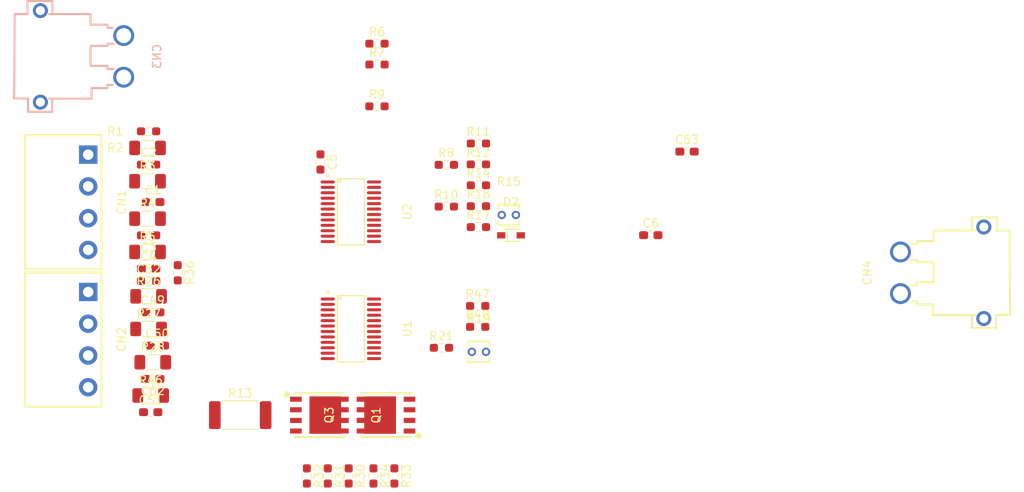
<source format=kicad_pcb>
(kicad_pcb (version 20241229) (generator "pcbnew") (generator_version "9.0")
  (layers (0 "F.Cu" signal) (2 "B.Cu" signal) (13 "F.Paste" user) (15 "B.Paste" user) (5 "F.SilkS" user "F.Silkscreen") (7 "B.SilkS" user "B.Silkscreen") (1 "F.Mask" user) (3 "B.Mask" user) (25 "Edge.Cuts" user))
  (net 0 "")
  (net 1 "Net-(U2-VC1)")
  (net 2 "Net-(U2-VC2)")
  (net 3 "Net-(U2-VC3)")
  (net 4 "Net-(U2-CTRC)")
  (net 5 "Net-(U2-VCO)")
  (net 6 "Net-(U2-VDD)")
  (net 7 "Net-(U2-AVDD)")
  (net 8 "Net-(U1-VC3)")
  (net 9 "Net-(U1-VC2)")
  (net 10 "Net-(U1-VC1)")
  (net 11 "GND")
  (net 12 "Net-(U1-VCO)")
  (net 13 "Net-(U1-VDD)")
  (net 14 "Net-(U1-AVDD)")
  (net 15 "Net-(CN1-Pad2)")
  (net 16 "Net-(CN1-Pad3)")
  (net 17 "+BATT")
  (net 18 "Net-(CN2-Pad2)")
  (net 19 "Net-(CN2-Pad3)")
  (net 20 "-BATT")
  (net 21 "Net-(D2-A)")
  (net 22 "Net-(D2-C)")
  (net 23 "Net-(U1-SRN)")
  (net 24 "Net-(Q1-D-Pad5)")
  (net 25 "Net-(Q1-G)")
  (net 26 "Net-(Q3-G)")
  (net 27 "CTRC")
  (net 28 "Net-(U2-CHG)")
  (net 29 "CTRD")
  (net 30 "Net-(U2-DSG)")
  (net 31 "Net-(U2-LPWR)")
  (net 32 "BPRES")
  (net 33 "Net-(U2-PRES)")
  (net 34 "Net-(U2-TS)")
  (net 35 "Net-(U2-VTB)")
  (net 36 "Net-(U2-OCDP)")
  (net 37 "BCBO")
  (net 38 "Net-(U2-CBI)")
  (net 39 "Net-(U1-TS)")
  (net 40 "Net-(U1-VTB)")
  (net 41 "Net-(U1-DSG)")
  (net 42 "Net-(U1-CHG)")
  (net 43 "Net-(U1-LD)")
  (net 44 "Net-(U1-OCDP)")
  (net 45 "Net-(U1-CBI)")
  (footprint "Capacitor_SMD:C_0603_1608Metric_Pad1.08x0.95mm_HandSolder" (layer "F.Cu") (at 100.5 88.25 180)
    (property "Reference" "C62" (at 0 -1.43 0) (layer "F.SilkS"))
    (property "Value" "100nF")
    (fp_line (start -0.146267 0.51) (end 0.146267 0.51) (stroke (width 0.12)) (layer "F.SilkS"))
    (fp_line (start -0.146267 -0.51) (end 0.146267 -0.51) (stroke (width 0.12)) (layer "F.SilkS"))
    (pad "1" smd roundrect (at -0.8625 0 180) (size 1.075 0.95) (layers "F.Cu" "F.Mask" "F.Paste") (net 10 "Net-(U1-VC1)"))
    (pad "2" smd roundrect (at 0.8625 0 180) (size 1.075 0.95) (layers "F.Cu" "F.Mask" "F.Paste") (net 11 "GND"))
  )
  (footprint "Capacitor_SMD:C_0603_1608Metric_Pad1.08x0.95mm_HandSolder" (layer "F.Cu") (at 100.5 67)
    (property "Reference" "C1" (at 0 -1.43 0) (layer "F.SilkS"))
    (property "Value" "100nF")
    (fp_line (start -0.146267 -0.51) (end 0.146267 -0.51) (stroke (width 0.12)) (layer "F.SilkS"))
    (fp_line (start -0.146267 0.51) (end 0.146267 0.51) (stroke (width 0.12)) (layer "F.SilkS"))
    (pad "1" smd roundrect (at -0.8625 0) (size 1.075 0.95) (layers "F.Cu" "F.Mask" "F.Paste") (net 2 "Net-(U2-VC2)"))
    (pad "2" smd roundrect (at 0.8625 0) (size 1.075 0.95) (layers "F.Cu" "F.Mask" "F.Paste") (net 1 "Net-(U2-VC1)"))
  )
  (footprint "Capacitor_SMD:C_0603_1608Metric_Pad1.08x0.95mm_HandSolder" (layer "F.Cu") (at 101.05 84.25)
    (property "Reference" "C50" (at 0 -1.43 0) (layer "F.SilkS"))
    (property "Value" "100nF")
    (fp_line (start -0.146267 -0.51) (end 0.146267 -0.51) (stroke (width 0.12)) (layer "F.SilkS"))
    (fp_line (start -0.146267 0.51) (end 0.146267 0.51) (stroke (width 0.12)) (layer "F.SilkS"))
    (pad "1" smd roundrect (at -0.8625 0) (size 1.075 0.95) (layers "F.Cu" "F.Mask" "F.Paste") (net 9 "Net-(U1-VC2)"))
    (pad "2" smd roundrect (at 0.8625 0) (size 1.075 0.95) (layers "F.Cu" "F.Mask" "F.Paste") (net 10 "Net-(U1-VC1)"))
  )
  (footprint "Resistor_SMD:R_1206_3216Metric_Pad1.30x1.75mm_HandSolder" (layer "F.Cu") (at 99.8725 64.5)
    (property "Reference" "R3" (at 0 -1.83 0) (layer "F.SilkS"))
    (property "Value" "75")
    (fp_line (start -0.727064 -0.91) (end 0.727064 -0.91) (stroke (width 0.12)) (layer "F.SilkS"))
    (fp_line (start -0.727064 0.91) (end 0.727064 0.91) (stroke (width 0.12)) (layer "F.SilkS"))
    (pad "1" smd roundrect (at -1.55 0) (size 1.3 1.75) (layers "F.Cu" "F.Mask" "F.Paste") (roundrect_rratio 0.192308) (net 15 "Net-(CN1-Pad2)"))
    (pad "2" smd roundrect (at 1.55 0) (size 1.3 1.75) (layers "F.Cu" "F.Mask" "F.Paste") (roundrect_rratio 0.192308) (net 2 "Net-(U2-VC2)"))
  )
  (footprint "Resistor_SMD:R_0603_1608Metric_Pad0.98x0.95mm_HandSolder" (layer "F.Cu") (at 127.4125 47.97)
    (property "Reference" "R6" (at 0 -1.43 0) (layer "F.SilkS"))
    (property "Value" "10M")
    (fp_line (start -0.254724 -0.5225) (end 0.254724 -0.5225) (stroke (width 0.12)) (layer "F.SilkS"))
    (fp_line (start -0.254724 0.5225) (end 0.254724 0.5225) (stroke (width 0.12)) (layer "F.SilkS"))
    (pad "1" smd roundrect (at -0.9125 0) (size 0.975 0.95) (layers "F.Cu" "F.Mask" "F.Paste") (net 28 "Net-(U2-CHG)"))
    (pad "2" smd roundrect (at 0.9125 0) (size 0.975 0.95) (layers "F.Cu" "F.Mask" "F.Paste") (net 27 "CTRC"))
  )
  (footprint "easyeda2kicad:CONN-TH_WJ15EDGRC-3.81-4P" (layer "F.Cu") (at 92.75 67.03 -90)
    (property "Reference" "CN1" (at 0 -4 90) (layer "F.SilkS"))
    (property "Value" "WJ15EDGRC-3.81-4P")
    (fp_line (start -8.06 7.55) (end 8.06 7.55) (stroke (width 0.25)) (layer "F.SilkS"))
    (fp_line (start 8.06 7.55) (end 8.06 -1.6) (stroke (width 0.25)) (layer "F.SilkS"))
    (fp_line (start -8.06 -1.6) (end -8.06 7.55) (stroke (width 0.25)) (layer "F.SilkS"))
    (fp_line (start 8.06 -1.6) (end -8.06 -1.6) (stroke (width 0.25)) (layer "F.SilkS"))
    (pad "1" thru_hole rect (at -5.72 0 270) (size 2.2 2.2) (drill 1.259992) (layers "*.Cu" "*.Mask") (net 17 "+BATT"))
    (pad "2" thru_hole circle (at -1.91 0 270) (size 2.2 2.2) (drill 1.259992) (layers "*.Cu" "*.Mask") (net 15 "Net-(CN1-Pad2)"))
    (pad "3" thru_hole circle (at 1.91 0 270) (size 2.2 2.2) (drill 1.259992) (layers "*.Cu" "*.Mask") (net 16 "Net-(CN1-Pad3)"))
    (pad "4" thru_hole circle (at 5.72 0 270) (size 2.2 2.2) (drill 1.259992) (layers "*.Cu" "*.Mask") (net 4 "Net-(U2-CTRC)"))
  )
  (footprint "easyeda2kicad:CONN-TH_XT30PW-M" (layer "F.Cu") (at 195.25 75.5 90)
    (property "Reference" "CN4" (at 0 -9 90) (layer "F.SilkS"))
    (property "Value" "XT30PW-M")
    (fp_line (start -1.52 -3.81) (end -1.52 -3.05) (stroke (width 0.25)) (layer "F.SilkS"))
    (fp_line (start 3.43 -3.68) (end 3.43 -3.05) (stroke (width 0.25)) (layer "F.SilkS"))
    (fp_line (start -3.43 -3.68) (end -3.43 -3.05) (stroke (width 0.25)) (layer "F.SilkS"))
    (fp_line (start 3.81 -3.05) (end 3.81 -1.02) (stroke (width 0.25)) (layer "F.SilkS"))
    (fp_line (start 3.43 -3.05) (end 3.81 -3.05) (stroke (width 0.25)) (layer "F.SilkS"))
    (fp_line (start 1.52 -3.05) (end 1.52 -3.81) (stroke (width 0.25)) (layer "F.SilkS"))
    (fp_line (start 1.27 -3.05) (end 1.52 -3.05) (stroke (width 0.25)) (layer "F.SilkS"))
    (fp_line (start -1.14 -3.05) (end -1.14 -1.02) (stroke (width 0.25)) (layer "F.SilkS"))
    (fp_line (start -1.52 -3.05) (end -1.14 -3.05) (stroke (width 0.25)) (layer "F.SilkS"))
    (fp_line (start -3.43 -3.05) (end -3.81 -3.05) (stroke (width 0.25)) (layer "F.SilkS"))
    (fp_line (start -3.81 -3.05) (end -3.81 -1.14) (stroke (width 0.25)) (layer "F.SilkS"))
    (fp_line (start -3.81 -1.14) (end -5.08 -1.14) (stroke (width 0.25)) (layer "F.SilkS"))
    (fp_line (start -5.08 -1.14) (end -5.08 -0.05) (stroke (width 0.25)) (layer "F.SilkS"))
    (fp_line (start 5.08 -1.02) (end 5.08 -0.05) (stroke (width 0.25)) (layer "F.SilkS"))
    (fp_line (start 3.81 -1.02) (end 5.08 -1.02) (stroke (width 0.25)) (layer "F.SilkS"))
    (fp_line (start 1.27 -1.02) (end 1.27 -3.05) (stroke (width 0.25)) (layer "F.SilkS"))
    (fp_line (start -1.14 -1.02) (end 1.27 -1.02) (stroke (width 0.25)) (layer "F.SilkS"))
    (fp_line (start 6.65 3.56) (end 6.65 6.55) (stroke (width 0.25)) (layer "F.SilkS"))
    (fp_line (start 5.08 3.56) (end 6.65 3.56) (stroke (width 0.25)) (layer "F.SilkS"))
    (fp_line (start -6.65 3.58) (end -5.08 3.58) (stroke (width 0.25)) (layer "F.SilkS"))
    (fp_line (start -6.65 3.58) (end -6.65 6.48) (stroke (width 0.25)) (layer "F.SilkS"))
    (fp_line (start 5.08 3.95) (end 5.08 -0.05) (stroke (width 0.25)) (layer "F.SilkS"))
    (fp_line (start -5.08 3.95) (end -5.08 -0.05) (stroke (width 0.25)) (layer "F.SilkS"))
    (fp_line (start -5.08 6.48) (end -5.05 8.15) (stroke (width 0.25)) (layer "F.SilkS"))
    (fp_line (start -6.65 6.48) (end -5.08 6.48) (stroke (width 0.25)) (layer "F.SilkS"))
    (fp_line (start 5.08 6.55) (end 6.65 6.55) (stroke (width 0.25)) (layer "F.SilkS"))
    (fp_line (start 5.08 8.09) (end 5.08 6.55) (stroke (width 0.25)) (layer "F.SilkS"))
    (fp_line (start -5.05 8.15) (end 5.08 8.09) (stroke (width 0.25)) (layer "F.SilkS"))
    (pad "1" thru_hole circle (at -2.5 -5 90) (size 2.5 2.5) (drill 1.799996) (layers "*.Cu" "*.Mask") (net 20 "-BATT"))
    (pad "2" thru_hole circle (at 2.5 -5 90) (size 2.5 2.5) (drill 1.799996) (layers "*.Cu" "*.Mask") (net 17 "+BATT"))
    (pad "3" thru_hole circle (at 5.5 5 90) (size 1.8 1.8) (drill 1.100023) (layers "*.Cu" "*.Mask") (net 11 "GND"))
    (pad "4" thru_hole circle (at -5.5 5 90) (size 1.8 1.8) (drill 1.100023) (layers "*.Cu" "*.Mask") (net 11 "GND"))
  )
  (footprint "Resistor_SMD:R_0603_1608Metric_Pad0.98x0.95mm_HandSolder" (layer "F.Cu") (at 124.02 99.9125 -90)
    (property "Reference" "R30" (at 0 -1.43 90) (layer "F.SilkS"))
    (property "Value" "1M")
    (fp_line (start -0.254724 0.5225) (end 0.254724 0.5225) (stroke (width 0.12)) (layer "F.SilkS"))
    (fp_line (start -0.254724 -0.5225) (end 0.254724 -0.5225) (stroke (width 0.12)) (layer "F.SilkS"))
    (pad "1" smd roundrect (at -0.9125 0 270) (size 0.975 0.95) (layers "F.Cu" "F.Mask" "F.Paste") (net 25 "Net-(Q1-G)"))
    (pad "2" smd roundrect (at 0.9125 0 270) (size 0.975 0.95) (layers "F.Cu" "F.Mask" "F.Paste") (net 23 "Net-(U1-SRN)"))
  )
  (footprint "Capacitor_SMD:C_0603_1608Metric_Pad1.08x0.95mm_HandSolder" (layer "F.Cu") (at 164.6275 60.94)
    (property "Reference" "C53" (at 0 -1.43 0) (layer "F.SilkS"))
    (property "Value" "1uF")
    (fp_line (start -0.146267 -0.51) (end 0.146267 -0.51) (stroke (width 0.12)) (layer "F.SilkS"))
    (fp_line (start -0.146267 0.51) (end 0.146267 0.51) (stroke (width 0.12)) (layer "F.SilkS"))
    (pad "1" smd roundrect (at -0.8625 0) (size 1.075 0.95) (layers "F.Cu" "F.Mask" "F.Paste") (net 11 "GND"))
    (pad "2" smd roundrect (at 0.8625 0) (size 1.075 0.95) (layers "F.Cu" "F.Mask" "F.Paste") (net 14 "Net-(U1-AVDD)"))
  )
  (footprint "Resistor_SMD:R_1206_3216Metric_Pad1.30x1.75mm_HandSolder" (layer "F.Cu") (at 100 82.25)
    (property "Reference" "R27" (at 0 -1.83 0) (layer "F.SilkS"))
    (property "Value" "75")
    (fp_line (start -0.727064 -0.91) (end 0.727064 -0.91) (stroke (width 0.12)) (layer "F.SilkS"))
    (fp_line (start -0.727064 0.91) (end 0.727064 0.91) (stroke (width 0.12)) (layer "F.SilkS"))
    (pad "1" smd roundrect (at -1.55 0) (size 1.3 1.75) (layers "F.Cu" "F.Mask" "F.Paste") (roundrect_rratio 0.192308) (net 18 "Net-(CN2-Pad2)"))
    (pad "2" smd roundrect (at 1.55 0) (size 1.3 1.75) (layers "F.Cu" "F.Mask" "F.Paste") (roundrect_rratio 0.192308) (net 9 "Net-(U1-VC2)"))
  )
  (footprint "Capacitor_SMD:C_0603_1608Metric_Pad1.08x0.95mm_HandSolder" (layer "F.Cu") (at 100.5 80.25)
    (property "Reference" "C49" (at 0 -1.43 0) (layer "F.SilkS"))
    (property "Value" "100nF")
    (fp_line (start -0.146267 -0.51) (end 0.146267 -0.51) (stroke (width 0.12)) (layer "F.SilkS"))
    (fp_line (start -0.146267 0.51) (end 0.146267 0.51) (stroke (width 0.12)) (layer "F.SilkS"))
    (pad "1" smd roundrect (at -0.8625 0) (size 1.075 0.95) (layers "F.Cu" "F.Mask" "F.Paste") (net 8 "Net-(U1-VC3)"))
    (pad "2" smd roundrect (at 0.8625 0) (size 1.075 0.95) (layers "F.Cu" "F.Mask" "F.Paste") (net 9 "Net-(U1-VC2)"))
  )
  (footprint "Resistor_SMD:R_0603_1608Metric_Pad0.98x0.95mm_HandSolder" (layer "F.Cu") (at 100 76.5)
    (property "Reference" "C52" (at 0 -1.43 0) (layer "F.SilkS"))
    (property "Value" "1uF")
    (fp_line (start -0.254724 -0.5225) (end 0.254724 -0.5225) (stroke (width 0.12)) (layer "F.SilkS"))
    (fp_line (start -0.254724 0.5225) (end 0.254724 0.5225) (stroke (width 0.12)) (layer "F.SilkS"))
    (pad "1" smd roundrect (at -0.9125 0) (size 0.975 0.95) (layers "F.Cu" "F.Mask" "F.Paste") (net 11 "GND"))
    (pad "2" smd roundrect (at 0.9125 0) (size 0.975 0.95) (layers "F.Cu" "F.Mask" "F.Paste") (net 13 "Net-(U1-VDD)"))
  )
  (footprint "Resistor_SMD:R_1206_3216Metric_Pad1.30x1.75mm_HandSolder" (layer "F.Cu") (at 99.8725 60.5)
    (property "Reference" "R2" (at -3.8725 0 0) (layer "F.SilkS"))
    (property "Value" "75")
    (fp_line (start -0.727064 -0.91) (end 0.727064 -0.91) (stroke (width 0.12)) (layer "F.SilkS"))
    (fp_line (start -0.727064 0.91) (end 0.727064 0.91) (stroke (width 0.12)) (layer "F.SilkS"))
    (pad "1" smd roundrect (at -1.55 0) (size 1.3 1.75) (layers "F.Cu" "F.Mask" "F.Paste") (roundrect_rratio 0.192308) (net 17 "+BATT"))
    (pad "2" smd roundrect (at 1.55 0) (size 1.3 1.75) (layers "F.Cu" "F.Mask" "F.Paste") (roundrect_rratio 0.192308) (net 3 "Net-(U2-VC3)"))
  )
  (footprint "easyeda2kicad:RES-TH_L2.5-W2.5-P1.70-D0.3" (layer "F.Cu") (at 139.65 85)
    (property "Reference" "R19" (at 0 -4 0) (layer "F.SilkS"))
    (property "Value" "103AT-4-050")
    (fp_line (start -1.25 -1.25) (end 1.25 -1.25) (stroke (width 0.25)) (layer "F.SilkS"))
    (fp_line (start -1.25 -0.73) (end -1.25 -1.25) (stroke (width 0.25)) (layer "F.SilkS"))
    (fp_line (start -1.25 1.25) (end -1.25 0.73) (stroke (width 0.25)) (layer "F.SilkS"))
    (fp_line (start 1.25 -1.25) (end 1.25 -0.73) (stroke (width 0.25)) (layer "F.SilkS"))
    (fp_line (start 1.25 0.73) (end 1.25 1.25) (stroke (width 0.25)) (layer "F.SilkS"))
    (fp_line (start 1.25 1.25) (end -1.25 1.25) (stroke (width 0.25)) (layer "F.SilkS"))
    (pad "1" thru_hole circle (at -0.85 0) (size 1 1) (drill 0.550012) (layers "*.Cu" "*.Mask") (net 39 "Net-(U1-TS)"))
    (pad "2" thru_hole circle (at 0.85 0) (size 1 1) (drill 0.550012) (layers "*.Cu" "*.Mask") (net 11 "GND"))
  )
  (footprint "Resistor_SMD:R_1206_3216Metric_Pad1.30x1.75mm_HandSolder" (layer "F.Cu") (at 100.25 90.25)
    (property "Reference" "R46" (at 0 -1.83 0) (layer "F.SilkS"))
    (property "Value" "75")
    (fp_line (start -0.727064 -0.91) (end 0.727064 -0.91) (stroke (width 0.12)) (layer "F.SilkS"))
    (fp_line (start -0.727064 0.91) (end 0.727064 0.91) (stroke (width 0.12)) (layer "F.SilkS"))
    (pad "1" smd roundrect (at -1.55 0) (size 1.3 1.75) (layers "F.Cu" "F.Mask" "F.Paste") (roundrect_rratio 0.192308) (net 11 "GND"))
    (pad "2" smd roundrect (at 1.55 0) (size 1.3 1.75) (layers "F.Cu" "F.Mask" "F.Paste") (roundrect_rratio 0.192308) (net 12 "Net-(U1-VCO)"))
  )
  (footprint "Resistor_SMD:R_0603_1608Metric_Pad0.98x0.95mm_HandSolder" (layer "F.Cu") (at 127.4125 55.5)
    (property "Reference" "R9" (at 0 -1.43 0) (layer "F.SilkS"))
    (property "Value" "10k")
    (fp_line (start -0.254724 -0.5225) (end 0.254724 -0.5225) (stroke (width 0.12)) (layer "F.SilkS"))
    (fp_line (start -0.254724 0.5225) (end 0.254724 0.5225) (stroke (width 0.12)) (layer "F.SilkS"))
    (pad "1" smd roundrect (at -0.9125 0) (size 0.975 0.95) (layers "F.Cu" "F.Mask" "F.Paste") (net 33 "Net-(U2-PRES)"))
    (pad "2" smd roundrect (at 0.9125 0) (size 0.975 0.95) (layers "F.Cu" "F.Mask" "F.Paste") (net 6 "Net-(U2-VDD)"))
  )
  (footprint "Capacitor_SMD:C_0603_1608Metric_Pad1.08x0.95mm_HandSolder" (layer "F.Cu") (at 100 75)
    (property "Reference" "C4" (at 0 -1.43 0) (layer "F.SilkS"))
    (property "Value" "100nF")
    (fp_line (start -0.146267 -0.51) (end 0.146267 -0.51) (stroke (width 0.12)) (layer "F.SilkS"))
    (fp_line (start -0.146267 0.51) (end 0.146267 0.51) (stroke (width 0.12)) (layer "F.SilkS"))
    (pad "1" smd roundrect (at -0.8625 0) (size 1.075 0.95) (layers "F.Cu" "F.Mask" "F.Paste") (net 4 "Net-(U2-CTRC)"))
    (pad "2" smd roundrect (at 0.8625 0) (size 1.075 0.95) (layers "F.Cu" "F.Mask" "F.Paste") (net 5 "Net-(U2-VCO)"))
  )
  (footprint "Resistor_SMD:R_0603_1608Metric_Pad0.98x0.95mm_HandSolder" (layer "F.Cu") (at 129.5 99.9125 -90)
    (property "Reference" "R33" (at 0 -1.43 90) (layer "F.SilkS"))
    (property "Value" "1k")
    (fp_line (start -0.254724 0.5225) (end 0.254724 0.5225) (stroke (width 0.12)) (layer "F.SilkS"))
    (fp_line (start -0.254724 -0.5225) (end 0.254724 -0.5225) (stroke (width 0.12)) (layer "F.SilkS"))
    (pad "1" smd roundrect (at -0.9125 0 270) (size 0.975 0.95) (layers "F.Cu" "F.Mask" "F.Paste") (net 42 "Net-(U1-CHG)"))
    (pad "2" smd roundrect (at 0.9125 0 270) (size 0.975 0.95) (layers "F.Cu" "F.Mask" "F.Paste") (net 26 "Net-(Q3-G)"))
  )
  (footprint "Resistor_SMD:R_0603_1608Metric_Pad0.98x0.95mm_HandSolder" (layer "F.Cu") (at 100 58.5)
    (property "Reference" "R1" (at -4 0 0) (layer "F.SilkS"))
    (property "Value" "1k")
    (fp_line (start -0.254724 -0.5225) (end 0.254724 -0.5225) (stroke (width 0.12)) (layer "F.SilkS"))
    (fp_line (start -0.254724 0.5225) (end 0.254724 0.5225) (stroke (width 0.12)) (layer "F.SilkS"))
    (pad "1" smd roundrect (at -0.9125 0) (size 0.975 0.95) (layers "F.Cu" "F.Mask" "F.Paste") (net 17 "+BATT"))
    (pad "2" smd roundrect (at 0.9125 0) (size 0.975 0.95) (layers "F.Cu" "F.Mask" "F.Paste") (net 6 "Net-(U2-VDD)"))
  )
  (footprint "Resistor_SMD:R_0603_1608Metric_Pad0.98x0.95mm_HandSolder" (layer "F.Cu") (at 126.99 99.9125 -90)
    (property "Reference" "R34" (at 0 -1.43 90) (layer "F.SilkS"))
    (property "Value" "450k")
    (fp_line (start -0.254724 0.5225) (end 0.254724 0.5225) (stroke (width 0.12)) (layer "F.SilkS"))
    (fp_line (start -0.254724 -0.5225) (end 0.254724 -0.5225) (stroke (width 0.12)) (layer "F.SilkS"))
    (pad "1" smd roundrect (at -0.9125 0 270) (size 0.975 0.95) (layers "F.Cu" "F.Mask" "F.Paste") (net 43 "Net-(U1-LD)"))
    (pad "2" smd roundrect (at 0.9125 0 270) (size 0.975 0.95) (layers "F.Cu" "F.Mask" "F.Paste") (net 20 "-BATT"))
  )
  (footprint "Resistor_SMD:R_0603_1608Metric_Pad0.98x0.95mm_HandSolder" (layer "F.Cu") (at 139.5875 64.99)
    (property "Reference" "R14" (at 0 -1.43 0) (layer "F.SilkS"))
    (property "Value" "450k")
    (fp_line (start -0.254724 -0.5225) (end 0.254724 -0.5225) (stroke (width 0.12)) (layer "F.SilkS"))
    (fp_line (start -0.254724 0.5225) (end 0.254724 0.5225) (stroke (width 0.12)) (layer "F.SilkS"))
    (pad "1" smd roundrect (at -0.9125 0) (size 0.975 0.95) (layers "F.Cu" "F.Mask" "F.Paste") (net 21 "Net-(D2-A)"))
    (pad "2" smd roundrect (at 0.9125 0) (size 0.975 0.95) (layers "F.Cu" "F.Mask" "F.Paste") (net 20 "-BATT"))
  )
  (footprint "Resistor_SMD:R_0603_1608Metric_Pad0.98x0.95mm_HandSolder" (layer "F.Cu") (at 119 99.9125 -90)
    (property "Reference" "R32" (at 0 -1.43 90) (layer "F.SilkS"))
    (property "Value" "4.5k")
    (fp_line (start -0.254724 0.5225) (end 0.254724 0.5225) (stroke (width 0.12)) (layer "F.SilkS"))
    (fp_line (start -0.254724 -0.5225) (end 0.254724 -0.5225) (stroke (width 0.12)) (layer "F.SilkS"))
    (pad "1" smd roundrect (at -0.9125 0 270) (size 0.975 0.95) (layers "F.Cu" "F.Mask" "F.Paste") (net 41 "Net-(U1-DSG)"))
    (pad "2" smd roundrect (at 0.9125 0 270) (size 0.975 0.95) (layers "F.Cu" "F.Mask" "F.Paste") (net 25 "Net-(Q1-G)"))
  )
  (footprint "easyeda2kicad:TSSOP-24_L7.8-W4.4-P0.65-LS6.4-BL_1" (layer "F.Cu") (at 124.28 82.23 -90)
    (property "Reference" "U1" (at 0 -6.78 90) (layer "F.SilkS"))
    (property "Value" "BQ7791502PWR")
    (fp_line (start -3.98 1.62) (end -3.98 -1.62) (stroke (width 0.15)) (layer "F.SilkS"))
    (fp_line (start 3.98 1.62) (end -3.98 1.62) (stroke (width 0.15)) (layer "F.SilkS"))
    (fp_line (start -3.98 -1.62) (end 3.98 -1.62) (stroke (width 0.15)) (layer "F.SilkS"))
    (fp_line (start 3.98 -1.62) (end 3.98 1.62) (stroke (width 0.15)) (layer "F.SilkS"))
    (fp_circle (center -4.35 2.78) (end -4.28 2.78) (stroke (width 0.15)) (fill no) (layer "F.SilkS"))
    (fp_circle (center -3.67 1.32) (end -3.6 1.32) (stroke (width 0.15)) (fill no) (layer "F.SilkS"))
    (pad "1" smd oval (at -3.58 2.78 270) (size 0.36 1.71) (layers "F.Cu" "F.Mask" "F.Paste") (net 13 "Net-(U1-VDD)"))
    (pad "2" smd oval (at -2.93 2.78 270) (size 0.36 1.71) (layers "F.Cu" "F.Mask" "F.Paste") (net 14 "Net-(U1-AVDD)"))
    (pad "3" smd oval (at -2.28 2.78 270) (size 0.36 1.71) (layers "F.Cu" "F.Mask" "F.Paste") (net 8 "Net-(U1-VC3)"))
    (pad "4" smd oval (at -1.63 2.78 270) (size 0.36 1.71) (layers "F.Cu" "F.Mask" "F.Paste") (net 8 "Net-(U1-VC3)"))
    (pad "5" smd oval (at -0.98 2.78 270) (size 0.36 1.71) (layers "F.Cu" "F.Mask" "F.Paste") (net 8 "Net-(U1-VC3)"))
    (pad "6" smd oval (at -0.33 2.78 270) (size 0.36 1.71) (layers "F.Cu" "F.Mask" "F.Paste") (net 9 "Net-(U1-VC2)"))
    (pad "7" smd oval (at 0.33 2.78 270) (size 0.36 1.71) (layers "F.Cu" "F.Mask" "F.Paste") (net 10 "Net-(U1-VC1)"))
    (pad "8" smd oval (at 0.98 2.78 270) (size 0.36 1.71) (layers "F.Cu" "F.Mask" "F.Paste") (net 12 "Net-(U1-VCO)"))
    (pad "9" smd oval (at 1.63 2.78 270) (size 0.36 1.71) (layers "F.Cu" "F.Mask" "F.Paste") (net 11 "GND"))
    (pad "10" smd oval (at 2.28 2.78 270) (size 0.36 1.71) (layers "F.Cu" "F.Mask" "F.Paste") (net 11 "GND"))
    (pad "11" smd oval (at 2.93 2.78 270) (size 0.36 1.71) (layers "F.Cu" "F.Mask" "F.Paste") (net 23 "Net-(U1-SRN)"))
    (pad "12" smd oval (at 3.58 2.78 270) (size 0.36 1.71) (layers "F.Cu" "F.Mask" "F.Paste") (net 41 "Net-(U1-DSG)"))
    (pad "13" smd oval (at 3.58 -2.78 270) (size 0.36 1.71) (layers "F.Cu" "F.Mask" "F.Paste") (net 42 "Net-(U1-CHG)"))
    (pad "14" smd oval (at 2.93 -2.78 270) (size 0.36 1.71) (layers "F.Cu" "F.Mask" "F.Paste") (net 43 "Net-(U1-LD)"))
    (pad "15" smd oval (at 2.28 -2.78 270) (size 0.36 1.71) (layers "F.Cu" "F.Mask" "F.Paste"))
    (pad "16" smd oval (at 1.63 -2.78 270) (size 0.36 1.71) (layers "F.Cu" "F.Mask" "F.Paste") (net 45 "Net-(U1-CBI)"))
    (pad "17" smd oval (at 0.98 -2.78 270) (size 0.36 1.71) (layers "F.Cu" "F.Mask" "F.Paste") (net 44 "Net-(U1-OCDP)"))
    (pad "18" smd oval (at 0.33 -2.78 270) (size 0.36 1.71) (layers "F.Cu" "F.Mask" "F.Paste") (net 39 "Net-(U1-TS)"))
    (pad "19" smd oval (at -0.33 -2.78 270) (size 0.36 1.71) (layers "F.Cu" "F.Mask" "F.Paste") (net 40 "Net-(U1-VTB)"))
    (pad "20" smd oval (at -0.98 -2.78 270) (size 0.36 1.71) (layers "F.Cu" "F.Mask" "F.Paste") (net 14 "Net-(U1-AVDD)"))
    (pad "21" smd oval (at -1.63 -2.78 270) (size 0.36 1.71) (layers "F.Cu" "F.Mask" "F.Paste") (net 37 "BCBO"))
    (pad "22" smd oval (at -2.28 -2.78 270) (size 0.36 1.71) (layers "F.Cu" "F.Mask" "F.Paste") (net 32 "BPRES"))
    (pad "23" smd oval (at -2.93 -2.78 270) (size 0.36 1.71) (layers "F.Cu" "F.Mask" "F.Paste") (net 27 "CTRC"))
    (pad "24" smd oval (at -3.58 -2.78 270) (size 0.36 1.71) (layers "F.Cu" "F.Mask" "F.Paste") (net 29 "CTRD"))
  )
  (footprint "Capacitor_SMD:C_0603_1608Metric_Pad1.08x0.95mm_HandSolder" (layer "F.Cu") (at 100 62.5)
    (property "Reference" "C2" (at 0 -1.43 0) (layer "F.SilkS"))
    (property "Value" "100nF")
    (fp_line (start -0.146267 -0.51) (end 0.146267 -0.51) (stroke (width 0.12)) (layer "F.SilkS"))
    (fp_line (start -0.146267 0.51) (end 0.146267 0.51) (stroke (width 0.12)) (layer "F.SilkS"))
    (pad "1" smd roundrect (at -0.8625 0) (size 1.075 0.95) (layers "F.Cu" "F.Mask" "F.Paste") (net 3 "Net-(U2-VC3)"))
    (pad "2" smd roundrect (at 0.8625 0) (size 1.075 0.95) (layers "F.Cu" "F.Mask" "F.Paste") (net 2 "Net-(U2-VC2)"))
  )
  (footprint "Resistor_SMD:R_0603_1608Metric_Pad0.98x0.95mm_HandSolder" (layer "F.Cu") (at 139.5875 70.01)
    (property "Reference" "R17" (at 0 -1.43 0) (layer "F.SilkS"))
    (property "Value" "10k")
    (fp_line (start -0.254724 -0.5225) (end 0.254724 -0.5225) (stroke (width 0.12)) (layer "F.SilkS"))
    (fp_line (start -0.254724 0.5225) (end 0.254724 0.5225) (stroke (width 0.12)) (layer "F.SilkS"))
    (pad "1" smd roundrect (at -0.9125 0) (size 0.975 0.95) (layers "F.Cu" "F.Mask" "F.Paste") (net 34 "Net-(U2-TS)"))
    (pad "2" smd roundrect (at 0.9125 0) (size 0.975 0.95) (layers "F.Cu" "F.Mask" "F.Paste") (net 4 "Net-(U2-CTRC)"))
  )
  (footprint "Capacitor_SMD:C_0603_1608Metric_Pad1.08x0.95mm_HandSolder" (layer "F.Cu") (at 160.2775 70.98)
    (property "Reference" "C6" (at 0 -1.43 0) (layer "F.SilkS"))
    (property "Value" "1uF")
    (fp_line (start -0.146267 -0.51) (end 0.146267 -0.51) (stroke (width 0.12)) (layer "F.SilkS"))
    (fp_line (start -0.146267 0.51) (end 0.146267 0.51) (stroke (width 0.12)) (layer "F.SilkS"))
    (pad "1" smd roundrect (at -0.8625 0) (size 1.075 0.95) (layers "F.Cu" "F.Mask" "F.Paste") (net 4 "Net-(U2-CTRC)"))
    (pad "2" smd roundrect (at 0.8625 0) (size 1.075 0.95) (layers "F.Cu" "F.Mask" "F.Paste") (net 7 "Net-(U2-AVDD)"))
  )
  (footprint "Resistor_SMD:R_1206_3216Metric_Pad1.30x1.75mm_HandSolder" (layer "F.Cu") (at 100 78.33)
    (property "Reference" "R26" (at 0 -1.83 0) (layer "F.SilkS"))
    (property "Value" "75")
    (fp_line (start -0.727064 -0.91) (end 0.727064 -0.91) (stroke (width 0.12)) (layer "F.SilkS"))
    (fp_line (start -0.727064 0.91) (end 0.727064 0.91) (stroke (width 0.12)) (layer "F.SilkS"))
    (pad "1" smd roundrect (at -1.55 0) (size 1.3 1.75) (layers "F.Cu" "F.Mask" "F.Paste") (roundrect_rratio 0.192308) (net 4 "Net-(U2-CTRC)"))
    (pad "2" smd roundrect (at 1.55 0) (size 1.3 1.75) (layers "F.Cu" "F.Mask" "F.Paste") (roundrect_rratio 0.192308) (net 8 "Net-(U1-VC3)"))
  )
  (footprint "easyeda2kicad:SOD-323_L1.8-W1.3-LS2.5-RD" (layer "F.Cu") (at 143.5 71)
    (property "Reference" "D2" (at 0 -4 0) (layer "F.SilkS"))
    (property "Value" "1SS355")
    (fp_line (start -0.85 -0.73) (end 0.91 -0.73) (stroke (width 0.15)) (layer "F.SilkS"))
    (fp_line (start -0.85 0.73) (end 0.91 0.73) (stroke (width 0.15)) (layer "F.SilkS"))
    (fp_line (start -0.44 -0.73) (end -0.44 0.73) (stroke (width 0.15)) (layer "F.SilkS"))
    (fp_line (start 0.91 -0.73) (end 0.91 -0.53) (stroke (width 0.15)) (layer "F.SilkS"))
    (fp_line (start 0.91 0.73) (end 0.91 0.52) (stroke (width 0.15)) (layer "F.SilkS"))
    (pad "1" smd rect (at -1.17 0) (size 1 0.75) (layers "F.Cu" "F.Mask" "F.Paste") (net 22 "Net-(D2-C)"))
    (pad "2" smd rect (at 1.17 0) (size 1 0.75) (layers "F.Cu" "F.Mask" "F.Paste") (net 21 "Net-(D2-A)"))
  )
  (footprint "easyeda2kicad:PQFN-8_L6.0-W5.0-P1.27-LS6.0-BL" (layer "F.Cu") (at 128.5 92.6 90)
    (property "Reference" "Q3" (at 0 -6.82 90) (layer "F.SilkS"))
    (property "Value" "IRFH5302TRPBF")
    (fp_line (start 2.63 3) (end 2.63 -3) (stroke (width 0.25)) (layer "F.SilkS"))
    (fp_line (start -2.63 3) (end -2.63 -3) (stroke (width 0.25)) (layer "F.SilkS"))
    (fp_arc (start -2.48 3.9) (mid -2.48 3.9) (end -2.48 3.9) (stroke (width 0.4)) (layer "F.SilkS"))
    (pad "1" smd rect (at -1.91 2.82 90) (size 0.61 1.4) (layers "F.Cu" "F.Mask" "F.Paste") (net 20 "-BATT"))
    (pad "2" smd rect (at -0.64 2.82 90) (size 0.61 1.4) (layers "F.Cu" "F.Mask" "F.Paste") (net 20 "-BATT"))
    (pad "3" smd rect (at 0.64 2.82 90) (size 0.61 1.4) (layers "F.Cu" "F.Mask" "F.Paste") (net 20 "-BATT"))
    (pad "4" smd rect (at 1.91 2.82 90) (size 0.61 1.4) (layers "F.Cu" "F.Mask" "F.Paste") (net 26 "Net-(Q3-G)"))
    (pad "5" smd rect (at 1.91 -2.82 90) (size 0.61 1.4) (layers "F.Cu" "F.Mask" "F.Paste") (net 24 "Net-(Q1-D-Pad5)"))
    (pad "6" smd rect (at 0.64 -2.82 90) (size 0.61 1.4) (layers "F.Cu" "F.Mask" "F.Paste") (net 24 "Net-(Q1-D-Pad5)"))
    (pad "7" smd rect (at -0.64 -2.82 90) (size 0.61 1.4) (layers "F.Cu" "F.Mask" "F.Paste") (net 24 "Net-(Q1-D-Pad5)"))
    (pad "8" smd rect (at -1.91 -2.82 90) (size 0.61 1.4) (layers "F.Cu" "F.Mask" "F.Paste") (net 24 "Net-(Q1-D-Pad5)"))
    (pad "9" smd rect (at 0 -0.71 180) (size 3.81 4.5) (layers "F.Cu" "F.Mask" "F.Paste") (net 24 "Net-(Q1-D-Pad5)"))
  )
  (footprint "easyeda2kicad:TSSOP-24_L7.8-W4.4-P0.65-LS6.4-BL_1" (layer "F.Cu") (at 124.28 68.17 -90)
    (property "Reference" "U2" (at 0 -6.78 90) (layer "F.SilkS"))
    (property "Value" "BQ7791502PWR")
    (fp_line (start -3.98 1.62) (end -3.98 -1.62) (stroke (width 0.15)) (layer "F.SilkS"))
    (fp_line (start 3.98 1.62) (end -3.98 1.62) (stroke (width 0.15)) (layer "F.SilkS"))
    (fp_line (start -3.98 -1.62) (end 3.98 -1.62) (stroke (width 0.15)) (layer "F.SilkS"))
    (fp_line (start 3.98 -1.62) (end 3.98 1.62) (stroke (width 0.15)) (layer "F.SilkS"))
    (fp_circle (center -4.35 2.78) (end -4.28 2.78) (stroke (width 0.15)) (fill no) (layer "F.SilkS"))
    (fp_circle (center -3.67 1.32) (end -3.6 1.32) (stroke (width 0.15)) (fill no) (layer "F.SilkS"))
    (pad "1" smd oval (at -3.58 2.78 270) (size 0.36 1.71) (layers "F.Cu" "F.Mask" "F.Paste") (net 6 "Net-(U2-VDD)"))
    (pad "2" smd oval (at -2.93 2.78 270) (size 0.36 1.71) (layers "F.Cu" "F.Mask" "F.Paste") (net 7 "Net-(U2-AVDD)"))
    (pad "3" smd oval (at -2.28 2.78 270) (size 0.36 1.71) (layers "F.Cu" "F.Mask" "F.Paste") (net 3 "Net-(U2-VC3)"))
    (pad "4" smd oval (at -1.63 2.78 270) (size 0.36 1.71) (layers "F.Cu" "F.Mask" "F.Paste") (net 3 "Net-(U2-VC3)"))
    (pad "5" smd oval (at -0.98 2.78 270) (size 0.36 1.71) (layers "F.Cu" "F.Mask" "F.Paste") (net 3 "Net-(U2-VC3)"))
    (pad "6" smd oval (at -0.33 2.78 270) (size 0.36 1.71) (layers "F.Cu" "F.Mask" "F.Paste") (net 2 "Net-(U2-VC2)"))
    (pad "7" smd oval (at 0.33 2.78 270) (size 0.36 1.71) (layers "F.Cu" "F.Mask" "F.Paste") (net 1 "Net-(U2-VC1)"))
    (pad "8" smd oval (at 0.98 2.78 270) (size 0.36 1.71) (layers "F.Cu" "F.Mask" "F.Paste") (net 5 "Net-(U2-VCO)"))
    (pad "9" smd oval (at 1.63 2.78 270) (size 0.36 1.71) (layers "F.Cu" "F.Mask" "F.Paste") (net 4 "Net-(U2-CTRC)"))
    (pad "10" smd oval (at 2.28 2.78 270) (size 0.36 1.71) (layers "F.Cu" "F.Mask" "F.Paste") (net 4 "Net-(U2-CTRC)"))
    (pad "11" smd oval (at 2.93 2.78 270) (size 0.36 1.71) (layers "F.Cu" "F.Mask" "F.Paste") (net 4 "Net-(U2-CTRC)"))
    (pad "12" smd oval (at 3.58 2.78 270) (size 0.36 1.71) (layers "F.Cu" "F.Mask" "F.Paste") (net 30 "Net-(U2-DSG)"))
    (pad "13" smd oval (at 3.58 -2.78 270) (size 0.36 1.71) (layers "F.Cu" "F.Mask" "F.Paste") (net 28 "Net-(U2-CHG)"))
    (pad "14" smd oval (at 2.93 -2.78 270) (size 0.36 1.71) (layers "F.Cu" "F.Mask" "F.Paste") (net 22 "Net-(D2-C)"))
    (pad "15" smd oval (at 2.28 -2.78 270) (size 0.36 1.71) (layers "F.Cu" "F.Mask" "F.Paste") (net 31 "Net-(U2-LPWR)"))
    (pad "16" smd oval (at 1.63 -2.78 270) (size 0.36 1.71) (layers "F.Cu" "F.Mask" "F.Paste") (net 38 "Net-(U2-CBI)"))
    (pad "17" smd oval (at 0.98 -2.78 270) (size 0.36 1.71) (layers "F.Cu" "F.Mask" "F.Paste") (net 36 "Net-(U2-OCDP)"))
    (pad "18" smd oval (at 0.33 -2.78 270) (size 0.36 1.71) (layers "F.Cu" "F.Mask" "F.Paste") (net 34 "Net-(U2-TS)"))
    (pad "19" smd oval (at -0.33 -2.78 270) (size 0.36 1.71) (layers "F.Cu" "F.Mask" "F.Paste") (net 35 "Net-(U2-VTB)"))
    (pad "20" smd oval (at -0.98 -2.78 270) (size 0.36 1.71) (layers "F.Cu" "F.Mask" "F.Paste") (net 7 "Net-(U2-AVDD)"))
    (pad "21" smd oval (at -1.63 -2.78 270) (size 0.36 1.71) (layers "F.Cu" "F.Mask" "F.Paste"))
    (pad "22" smd oval (at -2.28 -2.78 270) (size 0.36 1.71) (layers "F.Cu" "F.Mask" "F.Paste") (net 33 "Net-(U2-PRES)"))
    (pad "23" smd oval (at -2.93 -2.78 270) (size 0.36 1.71) (layers "F.Cu" "F.Mask" "F.Paste") (net 4 "Net-(U2-CTRC)"))
    (pad "24" smd oval (at -3.58 -2.78 270) (size 0.36 1.71) (layers "F.Cu" "F.Mask" "F.Paste") (net 4 "Net-(U2-CTRC)"))
  )
  (footprint "easyeda2kicad:RES-TH_L2.5-W2.5-P1.70-D0.3" (layer "F.Cu") (at 143.2375 68.55)
    (property "Reference" "R15" (at 0 -4 0) (layer "F.SilkS"))
    (property "Value" "103AT-4-050")
    (fp_line (start -1.25 -1.25) (end 1.25 -1.25) (stroke (width 0.25)) (layer "F.SilkS"))
    (fp_line (start -1.25 -0.73) (end -1.25 -1.25) (stroke (width 0.25)) (layer "F.SilkS"))
    (fp_line (start -1.25 1.25) (end -1.25 0.73) (stroke (width 0.25)) (layer "F.SilkS"))
    (fp_line (start 1.25 -1.25) (end 1.25 -0.73) (stroke (width 0.25)) (layer "F.SilkS"))
    (fp_line (start 1.25 0.73) (end 1.25 1.25) (stroke (width 0.25)) (layer "F.SilkS"))
    (fp_line (start 1.25 1.25) (end -1.25 1.25) (stroke (width 0.25)) (layer "F.SilkS"))
    (pad "1" thru_hole circle (at -0.85 0) (size 1 1) (drill 0.550012) (layers "*.Cu" "*.Mask") (net 34 "Net-(U2-TS)"))
    (pad "2" thru_hole circle (at 0.85 0) (size 1 1) (drill 0.550012) (layers "*.Cu" "*.Mask") (net 4 "Net-(U2-CTRC)"))
  )
  (footprint "Resistor_SMD:R_0603_1608Metric_Pad0.98x0.95mm_HandSolder" (layer "F.Cu") (at 127.4125 50.48)
    (property "Reference" "R7" (at 0 -1.43 0) (layer "F.SilkS"))
    (property "Value" "10M")
    (fp_line (start -0.254724 -0.5225) (end 0.254724 -0.5225) (stroke (width 0.12)) (layer "F.SilkS"))
    (fp_line (start -0.254724 0.5225) (end 0.254724 0.5225) (stroke (width 0.12)) (layer "F.SilkS"))
    (pad "1" smd roundrect (at -0.9125 0) (size 0.975 0.95) (layers "F.Cu" "F.Mask" "F.Paste") (net 29 "CTRD"))
    (pad "2" smd roundrect (at 0.9125 0) (size 0.975 0.95) (layers "F.Cu" "F.Mask" "F.Paste") (net 30 "Net-(U2-DSG)"))
  )
  (footprint "Resistor_SMD:R_0603_1608Metric_Pad0.98x0.95mm_HandSolder" (layer "F.Cu") (at 103.5 75.5 -90)
    (property "Reference" "R36" (at 0 -1.43 90) (layer "F.SilkS"))
    (property "Value" "1k")
    (fp_line (start -0.254724 0.5225) (end 0.254724 0.5225) (stroke (width 0.12)) (layer "F.SilkS"))
    (fp_line (start -0.254724 -0.5225) (end 0.254724 -0.5225) (stroke (width 0.12)) (layer "F.SilkS"))
    (pad "1" smd roundrect (at -0.9125 0 270) (size 0.975 0.95) (layers "F.Cu" "F.Mask" "F.Paste") (net 4 "Net-(U2-CTRC)"))
    (pad "2" smd roundrect (at 0.9125 0 270) (size 0.975 0.95) (layers "F.Cu" "F.Mask" "F.Paste") (net 13 "Net-(U1-VDD)"))
  )
  (footprint "Resistor_SMD:R_1206_3216Metric_Pad1.30x1.75mm_HandSolder" (layer "F.Cu") (at 99.8725 73)
    (property "Reference" "R5" (at 0 -1.83 0) (layer "F.SilkS"))
    (property "Value" "75")
    (fp_line (start -0.727064 -0.91) (end 0.727064 -0.91) (stroke (width 0.12)) (layer "F.SilkS"))
    (fp_line (start -0.727064 0.91) (end 0.727064 0.91) (stroke (width 0.12)) (layer "F.SilkS"))
    (pad "1" smd roundrect (at -1.55 0) (size 1.3 1.75) (layers "F.Cu" "F.Mask" "F.Paste") (roundrect_rratio 0.192308) (net 4 "Net-(U2-CTRC)"))
    (pad "2" smd roundrect (at 1.55 0) (size 1.3 1.75) (layers "F.Cu" "F.Mask" "F.Paste") (roundrect_rratio 0.192308) (net 5 "Net-(U2-VCO)"))
  )
  (footprint "easyeda2kicad:CONN-TH_WJ15EDGRC-3.81-4P" (layer "F.Cu") (at 92.75 83.53 -90)
    (property "Reference" "CN2" (at 0 -4 90) (layer "F.SilkS"))
    (property "Value" "WJ15EDGRC-3.81-4P")
    (fp_line (start -8.06 7.55) (end 8.06 7.55) (stroke (width 0.25)) (layer "F.SilkS"))
    (fp_line (start 8.06 7.55) (end 8.06 -1.6) (stroke (width 0.25)) (layer "F.SilkS"))
    (fp_line (start -8.06 -1.6) (end -8.06 7.55) (stroke (width 0.25)) (layer "F.SilkS"))
    (fp_line (start 8.06 -1.6) (end -8.06 -1.6) (stroke (width 0.25)) (layer "F.SilkS"))
    (pad "1" thru_hole rect (at -5.72 0 270) (size 2.2 2.2) (drill 1.259992) (layers "*.Cu" "*.Mask") (net 4 "Net-(U2-CTRC)"))
    (pad "2" thru_hole circle (at -1.91 0 270) (size 2.2 2.2) (drill 1.259992) (layers "*.Cu" "*.Mask") (net 18 "Net-(CN2-Pad2)"))
    (pad "3" thru_hole circle (at 1.91 0 270) (size 2.2 2.2) (drill 1.259992) (layers "*.Cu" "*.Mask") (net 19 "Net-(CN2-Pad3)"))
    (pad "4" thru_hole circle (at 5.72 0 270) (size 2.2 2.2) (drill 1.259992) (layers "*.Cu" "*.Mask") (net 11 "GND"))
  )
  (footprint "Resistor_SMD:R_0603_1608Metric_Pad0.98x0.95mm_HandSolder" (layer "F.Cu") (at 139.5 79.49)
    (property "Reference" "R47" (at 0 -1.43 0) (layer "F.SilkS"))
    (property "Value" "100k")
    (fp_line (start -0.254724 -0.5225) (end 0.254724 -0.5225) (stroke (width 0.12)) (layer "F.SilkS"))
    (fp_line (start -0.254724 0.5225) (end 0.254724 0.5225) (stroke (width 0.12)) (layer "F.SilkS"))
    (pad "1" smd roundrect (at -0.9125 0) (size 0.975 0.95) (layers "F.Cu" "F.Mask" "F.Paste") (net 11 "GND"))
    (pad "2" smd roundrect (at 0.9125 0) (size 0.975 0.95) (layers "F.Cu" "F.Mask" "F.Paste") (net 44 "Net-(U1-OCDP)"))
  )
  (footprint "Resistor_SMD:R_0603_1608Metric_Pad0.98x0.95mm_HandSolder" (layer "F.Cu") (at 121.51 99.9125 -90)
    (property "Reference" "R31" (at 0 -1.43 90) (layer "F.SilkS"))
    (property "Value" "1M")
    (fp_line (start -0.254724 0.5225) (end 0.254724 0.5225) (stroke (width 0.12)) (layer "F.SilkS"))
    (fp_line (start -0.254724 -0.5225) (end 0.254724 -0.5225) (stroke (width 0.12)) (layer "F.SilkS"))
    (pad "1" smd roundrect (at -0.9125 0 270) (size 0.975 0.95) (layers "F.Cu" "F.Mask" "F.Paste") (net 26 "Net-(Q3-G)"))
    (pad "2" smd roundrect (at 0.9125 0 270) (size 0.975 0.95) (layers "F.Cu" "F.Mask" "F.Paste") (net 20 "-BATT"))
  )
  (footprint "Capacitor_SMD:C_0603_1608Metric_Pad1.08x0.95mm_HandSolder" (layer "F.Cu") (at 100.25 92.25)
    (property "Reference" "C51" (at 0 -1.43 0) (layer "F.SilkS"))
    (property "Value" "100nF")
    (fp_line (start -0.146267 -0.51) (end 0.146267 -0.51) (stroke (width 0.12)) (layer "F.SilkS"))
    (fp_line (start -0.146267 0.51) (end 0.146267 0.51) (stroke (width 0.12)) (layer "F.SilkS"))
    (pad "1" smd roundrect (at -0.8625 0) (size 1.075 0.95) (layers "F.Cu" "F.Mask" "F.Paste") (net 11 "GND"))
    (pad "2" smd roundrect (at 0.8625 0) (size 1.075 0.95) (layers "F.Cu" "F.Mask" "F.Paste") (net 12 "Net-(U1-VCO)"))
  )
  (footprint "Resistor_SMD:R_0603_1608Metric_Pad0.98x0.95mm_HandSolder" (layer "F.Cu") (at 139.5 82)
    (property "Reference" "R48" (at 0 -1.43 0) (layer "F.SilkS"))
    (property "Value" "10k")
    (fp_line (start -0.254724 -0.5225) (end 0.254724 -0.5225) (stroke (width 0.12)) (layer "F.SilkS"))
    (fp_line (start -0.254724 0.5225) (end 0.254724 0.5225) (stroke (width 0.12)) (layer "F.SilkS"))
    (pad "1" smd roundrect (at -0.9125 0) (size 0.975 0.95) (layers "F.Cu" "F.Mask" "F.Paste") (net 11 "GND"))
    (pad "2" smd roundrect (at 0.9125 0) (size 0.975 0.95) (layers "F.Cu" "F.Mask" "F.Paste") (net 45 "Net-(U1-CBI)"))
  )
  (footprint "Resistor_SMD:R_1206_3216Metric_Pad1.30x1.75mm_HandSolder" (layer "F.Cu") (at 99.8725 69)
    (property "Reference" "R4" (at 0 -1.83 0) (layer "F.SilkS"))
    (property "Value" "75")
    (fp_line (start -0.727064 -0.91) (end 0.727064 -0.91) (stroke (width 0.12)) (layer "F.SilkS"))
    (fp_line (start -0.727064 0.91) (end 0.727064 0.91) (stroke (width 0.12)) (layer "F.SilkS"))
    (pad "1" smd roundrect (at -1.55 0) (size 1.3 1.75) (layers "F.Cu" "F.Mask" "F.Paste") (roundrect_rratio 0.192308) (net 16 "Net-(CN1-Pad3)"))
    (pad "2" smd roundrect (at 1.55 0) (size 1.3 1.75) (layers "F.Cu" "F.Mask" "F.Paste") (roundrect_rratio 0.192308) (net 1 "Net-(U2-VC1)"))
  )
  (footprint "Resistor_SMD:R_0603_1608Metric_Pad0.98x0.95mm_HandSolder" (layer "F.Cu") (at 139.5875 59.97)
    (property "Reference" "R11" (at 0 -1.43 0) (layer "F.SilkS"))
    (property "Value" "100k")
    (fp_line (start -0.254724 -0.5225) (end 0.254724 -0.5225) (stroke (width 0.12)) (layer "F.SilkS"))
    (fp_line (start -0.254724 0.5225) (end 0.254724 0.5225) (stroke (width 0.12)) (layer "F.SilkS"))
    (pad "1" smd roundrect (at -0.9125 0) (size 0.975 0.95) (layers "F.Cu" "F.Mask" "F.Paste") (net 4 "Net-(U2-CTRC)"))
    (pad "2" smd roundrect (at 0.9125 0) (size 0.975 0.95) (layers "F.Cu" "F.Mask" "F.Paste") (net 36 "Net-(U2-OCDP)"))
  )
  (footprint "Resistor_SMD:R_0603_1608Metric_Pad0.98x0.95mm_HandSolder" (layer "F.Cu") (at 135.7375 62.53)
    (property "Reference" "R8" (at 0 -1.43 0) (layer "F.SilkS"))
    (property "Value" "10k")
    (fp_line (start -0.254724 -0.5225) (end 0.254724 -0.5225) (stroke (width 0.12)) (layer "F.SilkS"))
    (fp_line (start -0.254724 0.5225) (end 0.254724 0.5225) (stroke (width 0.12)) (layer "F.SilkS"))
    (pad "1" smd roundrect (at -0.9125 0) (size 0.975 0.95) (layers "F.Cu" "F.Mask" "F.Paste") (net 31 "Net-(U2-LPWR)"))
    (pad "2" smd roundrect (at 0.9125 0) (size 0.975 0.95) (layers "F.Cu" "F.Mask" "F.Paste") (net 32 "BPRES"))
  )
  (footprint "Resistor_SMD:R_0603_1608Metric_Pad0.98x0.95mm_HandSolder" (layer "F.Cu") (at 139.5875 62.48)
    (property "Reference" "R12" (at 0 -1.43 0) (layer "F.SilkS"))
    (property "Value" "10k")
    (fp_line (start -0.254724 -0.5225) (end 0.254724 -0.5225) (stroke (width 0.12)) (layer "F.SilkS"))
    (fp_line (start -0.254724 0.5225) (end 0.254724 0.5225) (stroke (width 0.12)) (layer "F.SilkS"))
    (pad "1" smd roundrect (at -0.9125 0) (size 0.975 0.95) (layers "F.Cu" "F.Mask" "F.Paste") (net 38 "Net-(U2-CBI)"))
    (pad "2" smd roundrect (at 0.9125 0) (size 0.975 0.95) (layers "F.Cu" "F.Mask" "F.Paste") (net 37 "BCBO"))
  )
  (footprint "Resistor_SMD:R_0603_1608Metric_Pad0.98x0.95mm_HandSolder" (layer "F.Cu") (at 135.7375 67.55)
    (property "Reference" "R10" (at 0 -1.43 0) (layer "F.SilkS"))
    (property "Value" "10k")
    (fp_line (start -0.254724 -0.5225) (end 0.254724 -0.5225) (stroke (width 0.12)) (layer "F.SilkS"))
    (fp_line (start -0.254724 0.5225) (end 0.254724 0.5225) (stroke (width 0.12)) (layer "F.SilkS"))
    (pad "1" smd roundrect (at -0.9125 0) (size 0.975 0.95) (layers "F.Cu" "F.Mask" "F.Paste") (net 35 "Net-(U2-VTB)"))
    (pad "2" smd roundrect (at 0.9125 0) (size 0.975 0.95) (layers "F.Cu" "F.Mask" "F.Paste") (net 34 "Net-(U2-TS)"))
  )
  (footprint "easyeda2kicad:PQFN-8_L6.0-W5.0-P1.27-LS6.0-BL" (layer "F.Cu") (at 120.5 92.6 -90)
    (property "Reference" "Q1" (at 0 -6.82 90) (layer "F.SilkS"))
    (property "Value" "IRFH5302TRPBF")
    (fp_line (start -2.63 3) (end -2.63 -3) (stroke (width 0.25)) (layer "F.SilkS"))
    (fp_line (start 2.63 3) (end 2.63 -3) (stroke (width 0.25)) (layer "F.SilkS"))
    (fp_arc (start -2.48 3.9) (mid -2.48 3.9) (end -2.48 3.9) (stroke (width 0.4)) (layer "F.SilkS"))
    (pad "1" smd rect (at -1.91 2.82 270) (size 0.61 1.4) (layers "F.Cu" "F.Mask" "F.Paste") (net 23 "Net-(U1-SRN)"))
    (pad "2" smd rect (at -0.64 2.82 270) (size 0.61 1.4) (layers "F.Cu" "F.Mask" "F.Paste") (net 23 "Net-(U1-SRN)"))
    (pad "3" smd rect (at 0.64 2.82 270) (size 0.61 1.4) (layers "F.Cu" "F.Mask" "F.Paste") (net 23 "Net-(U1-SRN)"))
    (pad "4" smd rect (at 1.91 2.82 270) (size 0.61 1.4) (layers "F.Cu" "F.Mask" "F.Paste") (net 25 "Net-(Q1-G)"))
    (pad "5" smd rect (at 1.91 -2.82 270) (size 0.61 1.4) (layers "F.Cu" "F.Mask" "F.Paste") (net 24 "Net-(Q1-D-Pad5)"))
    (pad "6" smd rect (at 0.64 -2.82 270) (size 0.61 1.4) (layers "F.Cu" "F.Mask" "F.Paste") (net 24 "Net-(Q1-D-Pad5)"))
    (pad "7" smd rect (at -0.64 -2.82 270) (size 0.61 1.4) (layers "F.Cu" "F.Mask" "F.Paste") (net 24 "Net-(Q1-D-Pad5)"))
    (pad "8" smd rect (at -1.91 -2.82 270) (size 0.61 1.4) (layers "F.Cu" "F.Mask" "F.Paste") (net 24 "Net-(Q1-D-Pad5)"))
    (pad "9" smd rect (at 0 -0.71) (size 3.81 4.5) (layers "F.Cu" "F.Mask" "F.Paste") (net 24 "Net-(Q1-D-Pad5)"))
  )
  (footprint "Resistor_SMD:R_0603_1608Metric_Pad0.98x0.95mm_HandSolder" (layer "F.Cu") (at 135.15 84.51)
    (property "Reference" "R21" (at 0 -1.43 0) (layer "F.SilkS"))
    (property "Value" "10k")
    (fp_line (start -0.254724 -0.5225) (end 0.254724 -0.5225) (stroke (width 0.12)) (layer "F.SilkS"))
    (fp_line (start -0.254724 0.5225) (end 0.254724 0.5225) (stroke (width 0.12)) (layer "F.SilkS"))
    (pad "1" smd roundrect (at -0.9125 0) (size 0.975 0.95) (layers "F.Cu" "F.Mask" "F.Paste") (net 40 "Net-(U1-VTB)"))
    (pad "2" smd roundrect (at 0.9125 0) (size 0.975 0.95) (layers "F.Cu" "F.Mask" "F.Paste") (net 39 "Net-(U1-TS)"))
  )
  (footprint "Resistor_SMD:R_1206_3216Metric_Pad1.30x1.75mm_HandSolder" (layer "F.Cu") (at 100.5 86.25)
    (property "Reference" "R28" (at 0 -1.83 0) (layer "F.SilkS"))
    (property "Value" "75")
    (fp_line (start -0.727064 -0.91) (end 0.727064 -0.91) (stroke (width 0.12)) (layer "F.SilkS"))
    (fp_line (start -0.727064 0.91) (end 0.727064 0.91) (stroke (width 0.12)) (layer "F.SilkS"))
    (pad "1" smd roundrect (at -1.55 0) (size 1.3 1.75) (layers "F.Cu" "F.Mask" "F.Paste") (roundrect_rratio 0.192308) (net 19 "Net-(CN2-Pad3)"))
    (pad "2" smd roundrect (at 1.55 0) (size 1.3 1.75) (layers "F.Cu" "F.Mask" "F.Paste") (roundrect_rratio 0.192308) (net 10 "Net-(U1-VC1)"))
  )
  (footprint "Resistor_SMD:R_0603_1608Metric_Pad0.98x0.95mm_HandSolder" (layer "F.Cu") (at 139.5875 67.5)
    (property "Reference" "R16" (at 0 -1.43 0) (layer "F.SilkS"))
    (property "Value" "1M")
    (fp_line (start -0.254724 -0.5225) (end 0.254724 -0.5225) (stroke (width 0.12)) (layer "F.SilkS"))
    (fp_line (start -0.254724 0.5225) (end 0.254724 0.5225) (stroke (width 0.12)) (layer "F.SilkS"))
    (pad "1" smd roundrect (at -0.9125 0) (size 0.975 0.95) (layers "F.Cu" "F.Mask" "F.Paste") (net 22 "Net-(D2-C)"))
    (pad "2" smd roundrect (at 0.9125 0) (size 0.975 0.95) (layers "F.Cu" "F.Mask" "F.Paste") (net 4 "Net-(U2-CTRC)"))
  )
  (footprint "Resistor_SMD:R_2512_6332Metric_Pad1.40x3.35mm_HandSolder" (layer "F.Cu") (at 111 92.6)
    (property "Reference" "R13" (at 0 -2.63 0) (layer "F.SilkS"))
    (property "Value" "5m")
    (fp_line (start -2.177064 -1.71) (end 2.177064 -1.71) (stroke (width 0.12)) (layer "F.SilkS"))
    (fp_line (start -2.177064 1.71) (end 2.177064 1.71) (stroke (width 0.12)) (layer "F.SilkS"))
    (pad "1" smd roundrect (at -3.05 0) (size 1.4 3.35) (layers "F.Cu" "F.Mask" "F.Paste") (roundrect_rratio 0.178571) (net 11 "GND"))
    (pad "2" smd roundrect (at 3.05 0) (size 1.4 3.35) (layers "F.Cu" "F.Mask" "F.Paste") (roundrect_rratio 0.178571) (net 23 "Net-(U1-SRN)"))
  )
  (footprint "Capacitor_SMD:C_0603_1608Metric_Pad1.08x0.95mm_HandSolder" (layer "F.Cu") (at 100 71 180)
    (property "Reference" "C3" (at 0 -1.43 0) (layer "F.SilkS"))
    (property "Value" "100nF")
    (fp_line (start -0.146267 0.51) (end 0.146267 0.51) (stroke (width 0.12)) (layer "F.SilkS"))
    (fp_line (start -0.146267 -0.51) (end 0.146267 -0.51) (stroke (width 0.12)) (layer "F.SilkS"))
    (pad "1" smd roundrect (at -0.8625 0 180) (size 1.075 0.95) (layers "F.Cu" "F.Mask" "F.Paste") (net 1 "Net-(U2-VC1)"))
    (pad "2" smd roundrect (at 0.8625 0 180) (size 1.075 0.95) (layers "F.Cu" "F.Mask" "F.Paste") (net 4 "Net-(U2-CTRC)"))
  )
  (footprint "Resistor_SMD:R_0603_1608Metric_Pad0.98x0.95mm_HandSolder" (layer "F.Cu") (at 120.6275 62.1875 -90)
    (property "Reference" "C5" (at 0 -1.43 90) (layer "F.SilkS"))
    (property "Value" "1uF")
    (fp_line (start -0.254724 0.5225) (end 0.254724 0.5225) (stroke (width 0.12)) (layer "F.SilkS"))
    (fp_line (start -0.254724 -0.5225) (end 0.254724 -0.5225) (stroke (width 0.12)) (layer "F.SilkS"))
    (pad "1" smd roundrect (at -0.9125 0 270) (size 0.975 0.95) (layers "F.Cu" "F.Mask" "F.Paste") (net 4 "Net-(U2-CTRC)"))
    (pad "2" smd roundrect (at 0.9125 0 270) (size 0.975 0.95) (layers "F.Cu" "F.Mask" "F.Paste") (net 6 "Net-(U2-VDD)"))
  )
  (footprint "easyeda2kicad:CONN-TH_XT30PW-M" (layer "B.Cu") (at 92.0125 49.5 90)
    (property "Reference" "CN3" (at 0 9 90) (layer "B.SilkS") (effects (justify mirror)))
    (property "Value" "XT30PW-M")
    (fp_line (start -5.05 -8.15) (end 5.08 -8.09) (stroke (width 0.25)) (layer "B.SilkS"))
    (fp_line (start 5.08 -8.09) (end 5.08 -6.55) (stroke (width 0.25)) (layer "B.SilkS"))
    (fp_line (start 5.08 -6.55) (end 6.65 -6.55) (stroke (width 0.25)) (layer "B.SilkS"))
    (fp_line (start -5.08 -6.48) (end -5.05 -8.15) (stroke (width 0.25)) (layer "B.SilkS"))
    (fp_line (start -6.65 -6.48) (end -5.08 -6.48) (stroke (width 0.25)) (layer "B.SilkS"))
    (fp_line (start 5.08 -3.95) (end 5.08 0.05) (stroke (width 0.25)) (layer "B.SilkS"))
    (fp_line (start -5.08 -3.95) (end -5.08 0.05) (stroke (width 0.25)) (layer "B.SilkS"))
    (fp_line (start -6.65 -3.58) (end -6.65 -6.48) (stroke (width 0.25)) (layer "B.SilkS"))
    (fp_line (start -6.65 -3.58) (end -5.08 -3.58) (stroke (width 0.25)) (layer "B.SilkS"))
    (fp_line (start 6.65 -3.56) (end 6.65 -6.55) (stroke (width 0.25)) (layer "B.SilkS"))
    (fp_line (start 5.08 -3.56) (end 6.65 -3.56) (stroke (width 0.25)) (layer "B.SilkS"))
    (fp_line (start 5.08 1.02) (end 5.08 0.05) (stroke (width 0.25)) (layer "B.SilkS"))
    (fp_line (start 3.81 1.02) (end 5.08 1.02) (stroke (width 0.25)) (layer "B.SilkS"))
    (fp_line (start 1.27 1.02) (end 1.27 3.05) (stroke (width 0.25)) (layer "B.SilkS"))
    (fp_line (start -1.14 1.02) (end 1.27 1.02) (stroke (width 0.25)) (layer "B.SilkS"))
    (fp_line (start -3.81 1.14) (end -5.08 1.14) (stroke (width 0.25)) (layer "B.SilkS"))
    (fp_line (start -5.08 1.14) (end -5.08 0.05) (stroke (width 0.25)) (layer "B.SilkS"))
    (fp_line (start 3.81 3.05) (end 3.81 1.02) (stroke (width 0.25)) (layer "B.SilkS"))
    (fp_line (start 3.43 3.05) (end 3.81 3.05) (stroke (width 0.25)) (layer "B.SilkS"))
    (fp_line (start 1.52 3.05) (end 1.52 3.81) (stroke (width 0.25)) (layer "B.SilkS"))
    (fp_line (start 1.27 3.05) (end 1.52 3.05) (stroke (width 0.25)) (layer "B.SilkS"))
    (fp_line (start -1.14 3.05) (end -1.14 1.02) (stroke (width 0.25)) (layer "B.SilkS"))
    (fp_line (start -1.52 3.05) (end -1.14 3.05) (stroke (width 0.25)) (layer "B.SilkS"))
    (fp_line (start -3.43 3.05) (end -3.81 3.05) (stroke (width 0.25)) (layer "B.SilkS"))
    (fp_line (start -3.81 3.05) (end -3.81 1.14) (stroke (width 0.25)) (layer "B.SilkS"))
    (fp_line (start 3.43 3.68) (end 3.43 3.05) (stroke (width 0.25)) (layer "B.SilkS"))
    (fp_line (start -3.43 3.68) (end -3.43 3.05) (stroke (width 0.25)) (layer "B.SilkS"))
    (fp_line (start -1.52 3.81) (end -1.52 3.05) (stroke (width 0.25)) (layer "B.SilkS"))
    (pad "1" thru_hole circle (at -2.5 5 90) (size 2.5 2.5) (drill 1.799996) (layers "*.Cu" "*.Mask") (net 11 "GND"))
    (pad "2" thru_hole circle (at 2.5 5 90) (size 2.5 2.5) (drill 1.799996) (layers "*.Cu" "*.Mask") (net 17 "+BATT"))
    (pad "3" thru_hole circle (at 5.5 -5 90) (size 1.8 1.8) (drill 1.100023) (layers "*.Cu" "*.Mask") (net 11 "GND"))
    (pad "4" thru_hole circle (at -5.5 -5 90) (size 1.8 1.8) (drill 1.100023) (layers "*.Cu" "*.Mask") (net 11 "GND"))
  )
)
</source>
